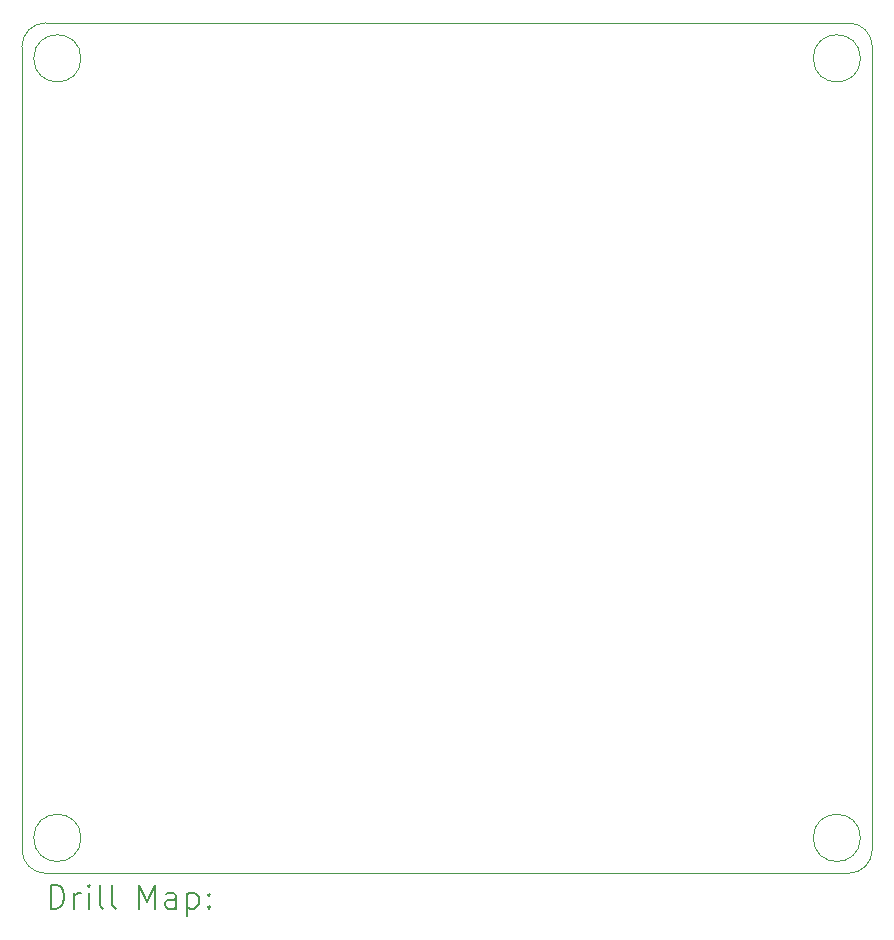
<source format=gbr>
%TF.GenerationSoftware,KiCad,Pcbnew,(6.99.0-3568-gdcfcfd5f29)*%
%TF.CreationDate,2022-10-11T21:14:35+03:00*%
%TF.ProjectId,welder ac diy mainboard,77656c64-6572-4206-9163-20646979206d,rev?*%
%TF.SameCoordinates,Original*%
%TF.FileFunction,Drillmap*%
%TF.FilePolarity,Positive*%
%FSLAX45Y45*%
G04 Gerber Fmt 4.5, Leading zero omitted, Abs format (unit mm)*
G04 Created by KiCad (PCBNEW (6.99.0-3568-gdcfcfd5f29)) date 2022-10-11 21:14:35*
%MOMM*%
%LPD*%
G01*
G04 APERTURE LIST*
%ADD10C,0.100000*%
%ADD11C,0.200000*%
G04 APERTURE END LIST*
D10*
X12000000Y-12200000D02*
G75*
G03*
X12200000Y-12000000I0J200000D01*
G01*
X12100000Y-11900000D02*
G75*
G03*
X12100000Y-11900000I-200000J0D01*
G01*
X5000000Y-12000000D02*
X5000000Y-5200000D01*
X12100000Y-5300000D02*
G75*
G03*
X12100000Y-5300000I-200000J0D01*
G01*
X5500000Y-5300000D02*
G75*
G03*
X5500000Y-5300000I-200000J0D01*
G01*
X12200000Y-5200000D02*
X12200000Y-12000000D01*
X5200000Y-5000000D02*
X12000000Y-5000000D01*
X5500000Y-11900000D02*
G75*
G03*
X5500000Y-11900000I-200000J0D01*
G01*
X12200000Y-5200000D02*
G75*
G03*
X12000000Y-5000000I-200000J0D01*
G01*
X12000000Y-12200000D02*
X5200000Y-12200000D01*
X5000000Y-12000000D02*
G75*
G03*
X5200000Y-12200000I200000J0D01*
G01*
X5200000Y-5000000D02*
G75*
G03*
X5000000Y-5200000I0J-200000D01*
G01*
D11*
X5242619Y-12498476D02*
X5242619Y-12298476D01*
X5242619Y-12298476D02*
X5290238Y-12298476D01*
X5290238Y-12298476D02*
X5318810Y-12308000D01*
X5318810Y-12308000D02*
X5337857Y-12327048D01*
X5337857Y-12327048D02*
X5347381Y-12346095D01*
X5347381Y-12346095D02*
X5356905Y-12384190D01*
X5356905Y-12384190D02*
X5356905Y-12412762D01*
X5356905Y-12412762D02*
X5347381Y-12450857D01*
X5347381Y-12450857D02*
X5337857Y-12469905D01*
X5337857Y-12469905D02*
X5318810Y-12488952D01*
X5318810Y-12488952D02*
X5290238Y-12498476D01*
X5290238Y-12498476D02*
X5242619Y-12498476D01*
X5442619Y-12498476D02*
X5442619Y-12365143D01*
X5442619Y-12403238D02*
X5452143Y-12384190D01*
X5452143Y-12384190D02*
X5461667Y-12374667D01*
X5461667Y-12374667D02*
X5480714Y-12365143D01*
X5480714Y-12365143D02*
X5499762Y-12365143D01*
X5566429Y-12498476D02*
X5566429Y-12365143D01*
X5566429Y-12298476D02*
X5556905Y-12308000D01*
X5556905Y-12308000D02*
X5566429Y-12317524D01*
X5566429Y-12317524D02*
X5575952Y-12308000D01*
X5575952Y-12308000D02*
X5566429Y-12298476D01*
X5566429Y-12298476D02*
X5566429Y-12317524D01*
X5690238Y-12498476D02*
X5671190Y-12488952D01*
X5671190Y-12488952D02*
X5661667Y-12469905D01*
X5661667Y-12469905D02*
X5661667Y-12298476D01*
X5795000Y-12498476D02*
X5775952Y-12488952D01*
X5775952Y-12488952D02*
X5766428Y-12469905D01*
X5766428Y-12469905D02*
X5766428Y-12298476D01*
X5991190Y-12498476D02*
X5991190Y-12298476D01*
X5991190Y-12298476D02*
X6057857Y-12441333D01*
X6057857Y-12441333D02*
X6124524Y-12298476D01*
X6124524Y-12298476D02*
X6124524Y-12498476D01*
X6305476Y-12498476D02*
X6305476Y-12393714D01*
X6305476Y-12393714D02*
X6295952Y-12374667D01*
X6295952Y-12374667D02*
X6276905Y-12365143D01*
X6276905Y-12365143D02*
X6238809Y-12365143D01*
X6238809Y-12365143D02*
X6219762Y-12374667D01*
X6305476Y-12488952D02*
X6286428Y-12498476D01*
X6286428Y-12498476D02*
X6238809Y-12498476D01*
X6238809Y-12498476D02*
X6219762Y-12488952D01*
X6219762Y-12488952D02*
X6210238Y-12469905D01*
X6210238Y-12469905D02*
X6210238Y-12450857D01*
X6210238Y-12450857D02*
X6219762Y-12431809D01*
X6219762Y-12431809D02*
X6238809Y-12422286D01*
X6238809Y-12422286D02*
X6286428Y-12422286D01*
X6286428Y-12422286D02*
X6305476Y-12412762D01*
X6400714Y-12365143D02*
X6400714Y-12565143D01*
X6400714Y-12374667D02*
X6419762Y-12365143D01*
X6419762Y-12365143D02*
X6457857Y-12365143D01*
X6457857Y-12365143D02*
X6476905Y-12374667D01*
X6476905Y-12374667D02*
X6486428Y-12384190D01*
X6486428Y-12384190D02*
X6495952Y-12403238D01*
X6495952Y-12403238D02*
X6495952Y-12460381D01*
X6495952Y-12460381D02*
X6486428Y-12479428D01*
X6486428Y-12479428D02*
X6476905Y-12488952D01*
X6476905Y-12488952D02*
X6457857Y-12498476D01*
X6457857Y-12498476D02*
X6419762Y-12498476D01*
X6419762Y-12498476D02*
X6400714Y-12488952D01*
X6581667Y-12479428D02*
X6591190Y-12488952D01*
X6591190Y-12488952D02*
X6581667Y-12498476D01*
X6581667Y-12498476D02*
X6572143Y-12488952D01*
X6572143Y-12488952D02*
X6581667Y-12479428D01*
X6581667Y-12479428D02*
X6581667Y-12498476D01*
X6581667Y-12374667D02*
X6591190Y-12384190D01*
X6591190Y-12384190D02*
X6581667Y-12393714D01*
X6581667Y-12393714D02*
X6572143Y-12384190D01*
X6572143Y-12384190D02*
X6581667Y-12374667D01*
X6581667Y-12374667D02*
X6581667Y-12393714D01*
M02*

</source>
